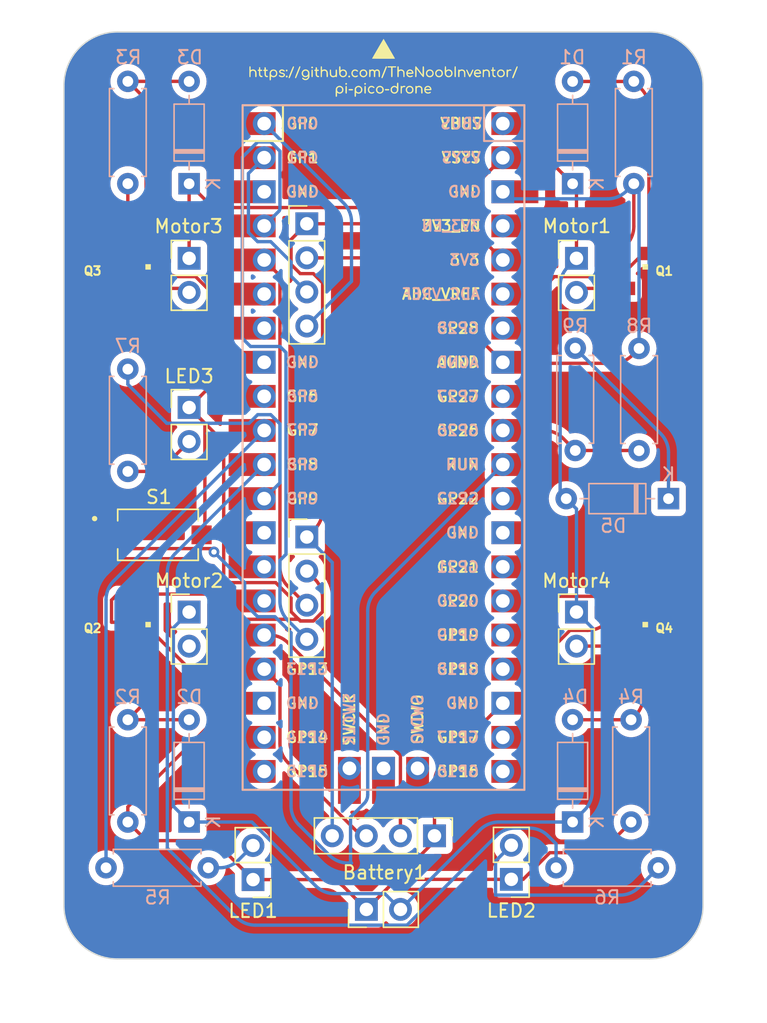
<source format=kicad_pcb>
(kicad_pcb (version 20221018) (generator pcbnew)
  (title_block (title "Pi pico drone") (date "2024-01-09") (rev "1.0"))
  (layers (0 "F.Cu" signal) (31 "B.Cu" signal) (34 "B.Paste" user) (35 "F.Paste" user) (36 "B.SilkS" user "B.Silkscreen") (37 "F.SilkS" user "F.Silkscreen") (38 "B.Mask" user) (39 "F.Mask" user) (44 "Edge.Cuts" user))
  (net 0 "")
  (net 1 "GND")
  (net 2 "BATT+")
  (net 3 "M1")
  (net 4 "M2")
  (net 5 "M3")
  (net 6 "M4")
  (net 7 "Net-(LED1-A)")
  (net 8 "Net-(LED2-A)")
  (net 9 "Net-(LED3-A)")
  (net 10 "Net-(Motor1-Pin_2)")
  (net 11 "Net-(Motor2-Pin_2)")
  (net 12 "Net-(Motor3-Pin_2)")
  (net 13 "Net-(Motor4-Pin_2)")
  (net 14 "SDA0")
  (net 15 "SCL0")
  (net 16 "SDA1")
  (net 17 "SCL1")
  (net 20 "LED1")
  (net 21 "LED2")
  (net 22 "LED3")
  (net 24 "TX")
  (net 25 "RX")
  (net 34 "RUN")
  (net 35 "Net-(D5-K)")
  (net 38 "VCC")
  (net 44 "VolDiv")
  (footprint "Connector_PinHeader_2.54mm:PinHeader_1x02_P2.54mm_Vertical" (layer "F.Cu") (at 140.2975 105.1275)
    (fp_text reference "Motor2")
    (fp_text value "Conn_01x02" hide)
  )
  (footprint "Connector_PinHeader_2.54mm:PinHeader_1x02_P2.54mm_Vertical" (layer "F.Cu") (at 140.2975 78.775)
    (fp_text reference "Motor3")
    (fp_text value "Conn_01x02" hide)
  )
  (footprint "SnapMagic Footprints:SI2302" (layer "F.Cu") (at 136.141127 106.361748 180)
    (fp_text reference "Q2")
    (fp_text value "SI2302DS" hide)
  )
  (footprint "Connector_PinHeader_2.54mm:PinHeader_1x04_P2.54mm_Vertical" (layer "F.Cu") (at 149.066902 99.53625)
    (fp_text reference "J2" hide)
    (fp_text value "BMP280")
  )
  (footprint "SnapMagic Footprints:SI2302" (layer "F.Cu") (at 173.184055 79.715063 180)
    (fp_text reference "Q1")
    (fp_text value "SI2302DS" hide)
  )
  (footprint "Connector_PinHeader_2.54mm:PinHeader_1x02_P2.54mm_Vertical" (layer "F.Cu") (at 169.160294 105.1275)
    (fp_text reference "Motor4")
    (fp_text value "Conn_01x02" hide)
  )
  (footprint "Connector_PinHeader_2.54mm:PinHeader_1x02_P2.54mm_Vertical" (layer "F.Cu") (at 145.06 125.05875 180)
    (fp_text reference "LED1")
    (fp_text value "LED")
  )
  (footprint "Connector_PinHeader_2.54mm:PinHeader_1x02_P2.54mm_Vertical" (layer "F.Cu") (at 164.30625 125.038578 180)
    (fp_text reference "LED2")
    (fp_text value "LED")
  )
  (footprint "ScottoKeebs_MCU:Raspberry_Pi_Pico" (layer "F.Cu") (at 154.78125 92.86875)
    (fp_text reference "U1" hide)
    (fp_text value "Raspberry_Pi_Pico" hide)
  )
  (footprint "Connector_PinHeader_2.54mm:PinHeader_1x02_P2.54mm_Vertical" (layer "F.Cu") (at 153.50625 127.277686 90)
    (fp_text reference "Battery1")
    (fp_text value "Conn_01x02" hide)
  )
  (footprint "Connector_PinHeader_2.54mm:PinHeader_1x04_P2.54mm_Vertical" (layer "F.Cu") (at 149.066902 76.2)
    (fp_text reference "J1" hide)
    (fp_text value "MPU6050")
  )
  (footprint "SnapMagic Footprints:smt_tactile_switch" (layer "F.Cu") (at 137.976198 99.375145)
    (fp_text reference "S1")
    (fp_text value "Reset" hide)
  )
  (footprint "SnapMagic Footprints:SI2302" (layer "F.Cu") (at 173.184055 106.361748 180)
    (fp_text reference "Q4")
    (fp_text value "SI2302DS" hide)
  )
  (footprint "SnapMagic Footprints:SI2302" (layer "F.Cu") (at 136.141127 79.715063 180)
    (fp_text reference "Q3")
    (fp_text value "SI2302DS" hide)
  )
  (footprint "Signature:Signature" (layer "F.Cu") (at 154.779147 65.604553)
    (fp_text reference "G***" hide)
    (fp_text value "LOGO" hide)
  )
  (footprint "Direction:direction" (layer "F.Cu") (at 154.785185 63.153983)
    (fp_text reference "G***" hide)
    (fp_text value "LOGO" hide)
  )
  (footprint "Connector_PinHeader_2.54mm:PinHeader_1x04_P2.54mm_Vertical" (layer "F.Cu") (at 158.58125 121.79625 -90)
    (fp_text reference "J3" hide)
    (fp_text value "UART")
  )
  (footprint "Connector_PinHeader_2.54mm:PinHeader_1x02_P2.54mm_Vertical" (layer "F.Cu") (at 169.160294 78.775)
    (fp_text reference "Motor1")
    (fp_text value "Conn_01x02" hide)
  )
  (footprint "Connector_PinHeader_2.54mm:PinHeader_1x02_P2.54mm_Vertical" (layer "F.Cu") (at 140.2975 89.8875)
    (fp_text reference "LED3")
    (fp_text value "LED")
  )
  (footprint "Resistor_THT:R_Axial_DIN0207_L6.3mm_D2.5mm_P7.62mm_Horizontal" (layer "B.Cu") (at 135.73125 113.150655 -90)
    (fp_text reference "R2")
    (fp_text value "10K" hide)
  )
  (footprint "Resistor_THT:R_Axial_DIN0207_L6.3mm_D2.5mm_P7.62mm_Horizontal" (layer "B.Cu") (at 175.26 124.1775 180)
    (fp_text reference "R6")
    (fp_text value "100R" hide)
  )
  (footprint "Resistor_THT:R_Axial_DIN0207_L6.3mm_D2.5mm_P7.62mm_Horizontal" (layer "B.Cu") (at 169.06875 93.091078 90)
    (fp_text reference "R9")
    (fp_text value "300" hide)
  )
  (footprint "ScottoKeebs_Components:Diode_DO-35" (layer "B.Cu") (at 140.2975 120.768081 90)
    (fp_text reference "D2")
    (fp_text value "IN4148" hide)
  )
  (footprint "ScottoKeebs_Components:Diode_DO-35" (layer "B.Cu") (at 168.8725 120.768081 90)
    (fp_text reference "D4")
    (fp_text value "IN4148" hide)
  )
  (footprint "Resistor_THT:R_Axial_DIN0207_L6.3mm_D2.5mm_P7.62mm_Horizontal" (layer "B.Cu") (at 173.229375 113.150655 -90)
    (fp_text reference "R4")
    (fp_text value "10K" hide)
  )
  (footprint "Resistor_THT:R_Axial_DIN0207_L6.3mm_D2.5mm_P7.62mm_Horizontal" (layer "B.Cu") (at 135.73125 65.5927 -90)
    (fp_text reference "R3")
    (fp_text value "10K" hide)
  )
  (footprint "ScottoKeebs_Components:Diode_DO-35" (layer "B.Cu") (at 176.01625 96.679099 180)
    (fp_text reference "D5")
    (fp_text value "IN4148" hide)
  )
  (footprint "ScottoKeebs_Components:Diode_DO-35" (layer "B.Cu") (at 168.8725 73.21875 90)
    (fp_text reference "D1")
    (fp_text value "IN4148" hide)
  )
  (footprint "Resistor_THT:R_Axial_DIN0207_L6.3mm_D2.5mm_P7.62mm_Horizontal" (layer "B.Cu") (at 173.432618 65.5927 -90)
    (fp_text reference "R1")
    (fp_text value "10K" hide)
  )
  (footprint "ScottoKeebs_Components:Diode_DO-35" (layer "B.Cu") (at 140.2975 73.21875 90)
    (fp_text reference "D3")
    (fp_text value "IN4148" hide)
  )
  (footprint "Resistor_THT:R_Axial_DIN0207_L6.3mm_D2.5mm_P7.62mm_Horizontal" (layer "B.Cu") (at 141.72625 124.1775 180)
    (fp_text reference "R5")
    (fp_text value "100R" hide)
  )
  (footprint "Resistor_THT:R_Axial_DIN0207_L6.3mm_D2.5mm_P7.62mm_Horizontal" (layer "B.Cu") (at 173.821864 85.488004 -90)
    (fp_text reference "R8")
    (fp_text value "1K" hide)
  )
  (footprint "Resistor_THT:R_Axial_DIN0207_L6.3mm_D2.5mm_P7.62mm_Horizontal" (layer "B.Cu") (at 135.73125 94.65 90)
    (fp_text reference "R7")
    (fp_text value "100R" hide)
  )
  (gr_arc (start 174.59375 61.9125) (mid 177.422145 63.084091) (end 178.59375 65.9125) (stroke (width 0.1)) (layer "Edge.Cuts"))
  (gr_arc (start 130.96875 65.9125) (mid 132.140323 63.084073) (end 134.96875 61.9125) (stroke (width 0.1)) (layer "Edge.Cuts"))
  (gr_line (start 130.96875 126.96875) (end 130.96875 65.9125) (stroke (width 0.1)) (layer "Edge.Cuts"))
  (gr_line (start 134.96875 61.9125) (end 174.59375 61.9125) (stroke (width 0.1)) (layer "Edge.Cuts"))
  (gr_line (start 178.59375 65.9125) (end 178.59375 126.96875) (stroke (width 0.1)) (layer "Edge.Cuts"))
  (gr_line (start 174.59375 130.96875) (end 134.96875 130.96875) (stroke (width 0.1)) (layer "Edge.Cuts"))
  (gr_arc (start 178.59375 126.96875) (mid 177.422162 129.797162) (end 174.59375 130.96875) (stroke (width 0.1)) (layer "Edge.Cuts"))
  (gr_arc (start 134.96875 130.96875) (mid 132.140323 129.797177) (end 130.96875 126.96875) (stroke (width 0.1)) (layer "Edge.Cuts"))
  (segment (start 140.2975 89.8875) (end 143.66625 86.51875) (width 0.25) (layer "F.Cu") (net 1))
  (segment (start 142.875 102.8925) (end 142.875 93.293427) (width 0.25) (layer "F.Cu") (net 1))
  (segment (start 166.6875 111.91875) (end 166.6875 109.30702) (width 0.25) (layer "F.Cu") (net 1))
  (segment (start 142.91625 105.66375) (end 142.91625 110.55375) (width 0.25) (layer "F.Cu") (net 1))
  (segment (start 163.67125 111.91875) (end 166.6875 111.91875) (width 0.25) (layer "F.Cu") (net 1))
  (segment (start 141.4725 91.0625) (end 140.2975 89.8875) (width 0.25) (layer "F.Cu") (net 1))
  (segment (start 135.73125 73.2127) (end 135.73125 77.87494) (width 0.25) (layer "F.Cu") (net 1))
  (segment (start 137.766127 106.809877) (end 142.875 111.91875) (width 0.25) (layer "F.Cu") (net 1))
  (segment (start 137.766127 104.236748) (end 137.766127 106.809877) (width 0.25) (layer "F.Cu") (net 1))
  (segment (start 142.91625 102.93375) (end 142.875 102.8925) (width 0.25) (layer "F.Cu") (net 1))
  (segment (start 159.167037 116.422963) (end 163.67125 111.91875) (width 0.25) (layer "F.Cu") (net 1))
  (segment (start 164.30625 125.038578) (end 165.187931 125.038578) (width 0.25) (layer "F.Cu") (net 1))
  (segment (start 145.06 125.05875) (end 142.741777 122.740527) (width 0.25) (layer "F.Cu") (net 1))
  (segment (start 167.273287 107.892806) (end 168.673593 106.4925) (width 0.25) (layer "F.Cu") (net 1))
  (segment (start 145.06 125.05875) (end 150.458887 125.05875) (width 0.25) (layer "F.Cu") (net 1))
  (segment (start 147.891902 105.102951) (end 147.891902 104.077646) (width 0.25) (layer "F.Cu") (net 1))
  (segment (start 149.553603 105.79125) (end 148.598403 105.79125) (width 0.25) (layer "F.Cu") (net 1))
  (segment (start 135.73125 119.639285) (end 143.451785 111.91875) (width 0.25) (layer "F.Cu") (net 1))
  (segment (start 135.73125 77.87494) (end 135.191127 78.415063) (width 0.25) (layer "F.Cu") (net 1))
  (segment (start 158.58125 122.202686) (end 158.58125 121.79625) (width 0.25) (layer "F.Cu") (net 1))
  (segment (start 153.50625 127.277686) (end 158.58125 122.202686) (width 0.25) (layer "F.Cu") (net 1))
  (segment (start 143.451785 111.91875) (end 145.89125 111.91875) (width 0.25) (layer "F.Cu") (net 1))
  (segment (start 150.241902 104.079677) (end 150.241902 105.102951) (width 0.25) (layer "F.Cu") (net 1))
  (segment (start 168.673593 106.4925) (end 169.974876 106.4925) (width 0.25) (layer "F.Cu") (net 1))
  (segment (start 163.748578 86.596078) (end 163.67125 86.51875) (width 0.25) (layer "F.Cu") (net 1))
  (segment (start 136.529549 121.568954) (end 135.73125 120.770655) (width 0.25) (layer "F.Cu") (net 1))
  (segment (start 155.745358 125.038578) (end 153.50625 127.277686) (width 0.25) (layer "F.Cu") (net 1))
  (segment (start 149.066902 102.07625) (end 149.656116 102.665464) (width 0.25) (layer "F.Cu") (net 1))
  (segment (start 144.28125 111.91875) (end 145.89125 111.91875) (width 0.25) (layer "F.Cu") (net 1))
  (segment (start 167.174009 123.0525) (end 170.119103 123.0525) (width 0.25) (layer "F.Cu") (net 1))
  (segment (start 142.875 111.91875) (end 145.89125 111.91875) (width 0.25) (layer "F.Cu") (net 1))
  (segment (start 173.432618 73.2127) (end 173.432618 76.388073) (width 0.25) (layer "F.Cu") (net 1))
  (segment (start 140.973241 86.51875) (end 145.89125 86.51875) (width 0.25) (layer "F.Cu") (net 1))
  (segment (start 142.289213 91.879213) (end 140.2975 89.8875) (width 0.25) (layer "F.Cu") (net 1))
  (segment (start 148.470903 105.66375) (end 142.91625 105.66375) (width 0.25) (layer "F.Cu") (net 1))
  (segment (start 141.327564 122.154741) (end 137.943763 122.154741) (width 0.25) (layer "F.Cu") (net 1))
  (segment (start 148.580201 105.79125) (end 147.891902 105.102951) (width 0.25) (layer "F.Cu") (net 1))
  (segment (start 136.016127 104.236748) (end 137.766127 104.236748) (width 0.25) (layer "F.Cu") (net 1))
  (segment (start 171.533317 122.466713) (end 173.229375 120.770655) (width 0.25) (layer "F.Cu") (net 1))
  (segment (start 135.191127 78.415063) (end 135.191127 80.736636) (width 0.25) (layer "F.Cu") (net 1))
  (segment (start 173.821864 85.488004) (end 173.299576 86.010292) (width 0.25) (layer "F.Cu") (net 1))
  (segment (start 171.38909 105.906713) (end 172.234055 105.061748) (width 0.25) (layer "F.Cu") (net 1))
  (segment (start 149.066902 78.74) (end 155.064073 78.74) (width 0.25) (layer "F.Cu") (net 1))
  (segment (start 135.776914 82.15085) (end 139.559028 85.932964) (width 0.25) (layer "F.Cu") (net 1))
  (segment (start 156.478287 79.325787) (end 163.67125 86.51875) (width 0.25) (layer "F.Cu") (net 1))
  (segment (start 141.226198 99.375145) (end 141.4725 99.128843) (width 0.25) (layer "F.Cu") (net 1))
  (segment (start 172.846831 77.802287) (end 172.234055 78.415063) (width 0.25) (layer "F.Cu") (net 1))
  (segment (start 135.191127 105.061748) (end 136.016127 104.236748) (width 0.25) (layer "F.Cu") (net 1))
  (segment (start 164.30625 125.038578) (end 155.745358 125.038578) (width 0.25) (layer "F.Cu") (net 1))
  (segment (start 143.66625 86.51875) (end 145.89125 86.51875) (width 0.25) (layer "F.Cu") (net 1))
  (segment (start 150.241902 105.102951) (end 149.553603 105.79125) (width 0.25) (layer "F.Cu") (net 1))
  (segment (start 142.91625 110.55375) (end 144.28125 111.91875) (width 0.25) (layer "F.Cu") (net 1))
  (segment (start 141.4725 99.128843) (end 141.4725 91.0625) (width 0.25) (layer "F.Cu") (net 1))
  (segment (start 146.745118 102.93375) (end 142.91625 102.93375) (width 0.25) (layer "F.Cu") (net 1))
  (segment (start 158.58125 121.79625) (end 158.58125 117.837177) (width 0.25) (layer "F.Cu") (net 1))
  (segment (start 148.598403 105.79125) (end 148.470903 105.66375) (width 0.25) (layer "F.Cu") (net 1))
  (segment (start 165.187931 125.038578) (end 167.174009 123.0525) (width 0.25) (layer "F.Cu") (net 1))
  (segment (start 147.891902 104.077646) (end 146.750048 102.935792) (width 0.25) (layer "F.Cu") (net 1))
  (segment (start 151.873101 125.644537) (end 153.50625 127.277686) (width 0.25) (layer "F.Cu") (net 1))
  (segment (start 171.885363 86.596078) (end 163.748578 86.596078) (width 0.25) (layer "F.Cu") (net 1))
  (segment (start 135.73125 120.770655) (end 135.73125 119.639285) (width 0.25) (layer "F.Cu") (net 1))
  (segment (start 149.553603 105.79125) (end 148.580201 105.79125) (width 0.25) (layer "F.Cu") (net 1))
  (arc (start 142.875 93.293427) (mid 142.722759 92.52806) (end 142.289213 91.879213) (width 0.25) (layer "F.Cu") (net 1))
  (arc (start 136.529549 121.568954) (mid 137.178396 122.0025) (end 137.943763 122.154741) (width 0.25) (layer "F.Cu") (net 1))
  (arc (start 146.745118 102.93375) (mid 146.747786 102.934281) (end 146.750048 102.935792) (width 0.25) (layer "F.Cu") (net 1))
  (arc (start 166.6875 109.30702) (mid 166.839741 108.541653) (end 167.273287 107.892806) (width 0.25) (layer "F.Cu") (net 1))
  (arc (start 173.432618 76.388073) (mid 173.280377 77.15344) (end 172.846831 77.802287) (width 0.25) (layer "F.Cu") (net 1))
  (arc (start 140.973241 86.51875) (mid 140.207874 86.366509) (end 139.559028 85.932964) (width 0.25) (layer "F.Cu") (net 1))
  (arc (start 151.873101 125.644537) (mid 151.224254 125.210991) (end 150.458887 125.05875) (width 0.25) (layer "F.Cu") (net 1))
  (arc (start 170.119103 123.0525) (mid 170.88447 122.900259) (end 171.533317 122.466713) (width 0.25) (layer "F.Cu") (net 1))
  (arc (start 159.167037 116.422963) (mid 158.733491 117.07181) (end 158.58125 117.837177) (width 0.25) (layer "F.Cu") (net 1))
  (arc (start 171.38909 105.906713) (mid 170.740243 106.340259) (end 169.974876 106.4925) (width 0.25) (layer "F.Cu") (net 1))
  (arc (start 173.299576 86.010292) (mid 172.65073 86.443837) (end 171.885363 86.596078) (width 0.25) (layer "F.Cu") (net 1))
  (arc (start 156.478287 79.325787) (mid 155.82944 78.892241) (end 155.064073 78.74) (width 0.25) (layer "F.Cu") (net 1))
  (arc (start 135.776914 82.15085) (mid 135.343368 81.502003) (end 135.191127 80.736636) (width 0.25) (layer "F.Cu") (net 1))
  (arc (start 150.241902 104.079677) (mid 150.089661 103.31431) (end 149.656116 102.665464) (width 0.25) (layer "F.Cu") (net 1))
  (arc (start 142.741777 122.740527) (mid 142.092931 122.306982) (end 141.327564 122.154741) (width 0.25) (layer "F.Cu") (net 1))
  (segment (start 173.432618 73.2127) (end 172.887354 73.757964) (width 0.25) (layer "B.Cu") (net 1))
  (segment (start 173.821864 73.601946) (end 173.432618 73.2127) (width 0.25) (layer "B.Cu") (net 1))
  (segment (start 171.473141 74.34375) (end 164.19625 74.34375) (width 0.25) (layer "B.Cu") (net 1))
  (segment (start 173.821864 85.488004) (end 173.821864 73.601946) (width 0.25) (layer "B.Cu") (net 1))
  (segment (start 164.19625 74.34375) (end 163.67125 73.81875) (width 0.25) (layer "B.Cu") (net 1))
  (arc (start 171.473141 74.34375) (mid 172.238508 74.191509) (end 172.887354 73.757964) (width 0.25) (layer "B.Cu") (net 1))
  (segment (start 168.8725 73.21875) (end 167.518286 71.864536) (width 0.25) (layer "F.Cu") (net 2))
  (segment (start 140.2975 73.21875) (end 140.2975 78.775) (width 0.25) (layer "F.Cu") (net 2))
  (segment (start 159.127823 74.99375) (end 142.0725 74.99375) (width 0.25) (layer "F.Cu") (net 2))
  (segment (start 142.0725 74.99375) (end 140.2975 73.21875) (width 0.25) (layer "F.Cu") (net 2))
  (segment (start 169.160294 78.775) (end 169.160294 73.506544) (width 0.25) (layer "F.Cu") (net 2))
  (segment (start 163.67125 71.27875) (end 160.542036 74.407964) (width 0.25) (layer "F.Cu") (net 2))
  (segment (start 169.160294 73.506544) (end 168.8725 73.21875) (width 0.25) (layer "F.Cu") (net 2))
  (segment (start 166.104073 71.27875) (end 163.67125 71.27875) (width 0.25) (layer "F.Cu") (net 2))
  (arc (start 166.104073 71.27875) (mid 166.86944 71.430991) (end 167.518286 71.864536) (width 0.25) (layer "F.Cu") (net 2))
  (arc (start 159.127823 74.99375) (mid 159.89319 74.841509) (end 160.542036 74.407964) (width 0.25) (layer "F.Cu") (net 2))
  (segment (start 154.87125 126.102686) (end 151.134064 126.102686) (width 0.25) (layer "B.Cu") (net 2))
  (segment (start 149.71985 125.516899) (end 144.971032 120.768081) (width 0.25) (layer "B.Cu") (net 2))
  (segment (start 144.971032 120.768081) (end 140.2975 120.768081) (width 0.25) (layer "B.Cu") (net 2))
  (segment (start 169.749507 119.891074) (end 168.8725 120.768081) (width 0.25) (layer "B.Cu") (net 2))
  (segment (start 169.160294 97.443143) (end 168.39625 96.679099) (width 0.25) (layer "B.Cu") (net 2))
  (segment (start 140.2975 120.768081) (end 139.1225 119.593081) (width 0.25) (layer "B.Cu") (net 2))
  (segment (start 169.160294 105.1275) (end 170.335294 106.3025) (width 0.25) (layer "B.Cu") (net 2))
  (segment (start 163.384282 120.768081) (end 168.8725 120.768081) (width 0.25) (layer "B.Cu") (net 2))
  (segment (start 170.335294 106.3025) (end 170.335294 118.47686) (width 0.25) (layer "B.Cu") (net 2))
  (segment (start 169.160294 105.1275) (end 169.160294 97.443143) (width 0.25) (layer "B.Cu") (net 2))
  (segment (start 139.1225 119.593081) (end 139.1225 106.3025) (width 0.25) (layer "B.Cu") (net 2))
  (segment (start 139.1225 106.3025) (end 140.2975 105.1275) (width 0.25) (layer "B.Cu") (net 2))
  (segment (start 169.160294 78.775) (end 168.529536 79.405758) (width 0.25) (layer "B.Cu") (net 2))
  (segment (start 156.04625 127.277686) (end 161.970069 121.353867) (width 0.25) (layer "B.Cu") (net 2))
  (segment (start 167.94375 96.226599) (end 168.39625 96.679099) (width 0.25) (layer "B.Cu") (net 2))
  (segment (start 167.94375 80.819971) (end 167.94375 96.226599) (width 0.25) (layer "B.Cu") (net 2))
  (segment (start 156.04625 127.277686) (end 154.87125 126.102686) (width 0.25) (layer "B.Cu") (net 2))
  (arc (start 169.749507 119.891074) (mid 170.183053 119.242227) (end 170.335294 118.47686) (width 0.25) (layer "B.Cu") (net 2))
  (arc (start 149.71985 125.516899) (mid 150.368697 125.950445) (end 151.134064 126.102686) (width 0.25) (layer "B.Cu") (net 2))
  (arc (start 163.384282 120.768081) (mid 162.618915 120.920322) (end 161.970069 121.353867) (width 0.25) (layer "B.Cu") (net 2))
  (arc (start 167.94375 80.819971) (mid 168.095991 80.054604) (end 168.529536 79.405758) (width 0.25) (layer "B.Cu") (net 2))
  (segment (start 171.580691 80.14) (end 167.51 80.14) (width 0.25) (layer "F.Cu") (net 3))
  (segment (start 166.6875 82.5725) (end 165.28125 83.97875) (width 0.25) (layer "F.Cu") (net 3))
  (segment (start 173.426568 65.59875) (end 173.432618 65.5927) (width 0.25) (layer "F.Cu") (net 3))
  (segment (start 173.432618 65.5927) (end 173.971832 66.131914) (width 0.25) (layer "F.Cu") (net 3))
  (segment (start 174.557618 67.546127) (end 174.557618 77.9915) (width 0.25) (layer "F.Cu") (net 3))
  (segment (start 165.28125 83.97875) (end 163.67125 83.97875) (width 0.25) (layer "F.Cu") (net 3))
  (segment (start 168.8725 65.59875) (end 173.426568 65.59875) (width 0.25) (layer "F.Cu") (net 3))
  (segment (start 174.557618 77.9915) (end 174.134055 78.415063) (width 0.25) (layer "F.Cu") (net 3))
  (segment (start 166.6875 80.9625) (end 166.6875 82.5725) (width 0.25) (layer "F.Cu") (net 3))
  (segment (start 174.134055 78.415063) (end 172.994904 79.554214) (width 0.25) (layer "F.Cu") (net 3))
  (segment (start 167.51 80.14) (end 166.6875 80.9625) (width 0.25) (layer "F.Cu") (net 3))
  (arc (start 173.971832 66.131914) (mid 174.405377 66.78076) (end 174.557618 67.546127) (width 0.25) (layer "F.Cu") (net 3))
  (arc (start 172.994904 79.554214) (mid 172.346058 79.987759) (end 171.580691 80.14) (width 0.25) (layer "F.Cu") (net 3))
  (segment (start 134.966127 103.786748) (end 145.379248 103.786748) (width 0.25) (layer "F.Cu") (net 4))
  (segment (start 137.091127 110.962351) (end 137.091127 105.061748) (width 0.25) (layer "F.Cu") (net 4))
  (segment (start 134.516127 105.886748) (end 134.516127 104.236748) (width 0.25) (layer "F.Cu") (net 4))
  (segment (start 140.2975 113.148081) (end 135.733824 113.148081) (width 0.25) (layer "F.Cu") (net 4))
  (segment (start 135.73125 113.150655) (end 136.505341 112.376564) (width 0.25) (layer "F.Cu") (net 4))
  (segment (start 145.379248 103.786748) (end 145.89125 104.29875) (width 0.25) (layer "F.Cu") (net 4))
  (segment (start 135.733824 113.148081) (end 135.73125 113.150655) (width 0.25) (layer "F.Cu") (net 4))
  (segment (start 134.516127 104.236748) (end 134.966127 103.786748) (width 0.25) (layer "F.Cu") (net 4))
  (segment (start 136.266127 105.886748) (end 134.516127 105.886748) (width 0.25) (layer "F.Cu") (net 4))
  (segment (start 137.091127 105.061748) (end 136.266127 105.886748) (width 0.25) (layer "F.Cu") (net 4))
  (arc (start 137.091127 110.962351) (mid 136.938886 111.727718) (end 136.505341 112.376564) (width 0.25) (layer "F.Cu") (net 4))
  (segment (start 137.091127 67.781004) (end 137.091127 78.415063) (width 0.25) (layer "F.Cu") (net 5))
  (segment (start 137.091127 78.415063) (end 138.230278 79.554214) (width 0.25) (layer "F.Cu") (net 5))
  (segment (start 142.875 83.059226) (end 142.875 83.34375) (width 0.25) (layer "F.Cu") (net 5))
  (segment (start 140.29145 65.5927) (end 140.2975 65.59875) (width 0.25) (layer "F.Cu") (net 5))
  (segment (start 142.875 83.34375) (end 143.51 83.97875) (width 0.25) (layer "F.Cu") (net 5))
  (segment (start 143.51 83.97875) (end 145.89125 83.97875) (width 0.25) (layer "F.Cu") (net 5))
  (segment (start 135.73125 65.5927) (end 136.505341 66.366791) (width 0.25) (layer "F.Cu") (net 5))
  (segment (start 135.73125 65.5927) (end 140.29145 65.5927) (width 0.25) (layer "F.Cu") (net 5))
  (segment (start 139.644491 80.14) (end 140.770727 80.14) (width 0.25) (layer "F.Cu") (net 5))
  (segment (start 140.793728 80.149527) (end 142.289214 81.645013) (width 0.25) (layer "F.Cu") (net 5))
  (arc (start 137.091127 67.781004) (mid 136.938886 67.015637) (end 136.505341 66.366791) (width 0.25) (layer "F.Cu") (net 5))
  (arc (start 142.875 83.059226) (mid 142.722759 82.293859) (end 142.289214 81.645013) (width 0.25) (layer "F.Cu") (net 5))
  (arc (start 138.230278 79.554214) (mid 138.879124 79.987759) (end 139.644491 80.14) (width 0.25) (layer "F.Cu") (net 5))
  (arc (start 140.793728 80.149527) (mid 140.783175 80.142476) (end 140.770727 80.14) (width 0.25) (layer "F.Cu") (net 5))
  (segment (start 174.134055 105.061748) (end 173.610593 104.538286) (width 0.25) (layer "F.Cu") (net 6))
  (segment (start 172.19638 103.9525) (end 164.0175 103.9525) (width 0.25) (layer "F.Cu") (net 6))
  (segment (start 168.875074 113.150655) (end 168.8725 113.148081) (width 0.25) (layer "F.Cu") (net 6))
  (segment (start 173.229375 113.150655) (end 168.875074 113.150655) (width 0.25) (layer "F.Cu") (net 6))
  (segment (start 174.134055 111.417548) (end 174.134055 105.061748) (width 0.25) (layer "F.Cu") (net 6))
  (segment (start 164.0175 103.9525) (end 163.67125 104.29875) (width 0.25) (layer "F.Cu") (net 6))
  (segment (start 173.229375 113.150655) (end 173.548269 112.831761) (width 0.25) (layer "F.Cu") (net 6))
  (arc (start 173.610593 104.538286) (mid 172.961747 104.104741) (end 172.19638 103.9525) (width 0.25) (layer "F.Cu") (net 6))
  (arc (start 174.134055 111.417548) (mid 173.981814 112.182915) (end 173.548269 112.831761) (width 0.25) (layer "F.Cu") (net 6))
  (segment (start 143.987037 123.591713) (end 145.06 122.51875) (width 0.25) (layer "B.Cu") (net 7))
  (segment (start 141.72625 124.1775) (end 142.572823 124.1775) (width 0.25) (layer "B.Cu") (net 7))
  (arc (start 142.572823 124.1775) (mid 143.33819 124.025259) (end 143.987037 123.591713) (width 0.25) (layer "B.Cu") (net 7))
  (segment (start 172.395495 126.213578) (end 163.13125 126.213578) (width 0.25) (layer "B.Cu") (net 8))
  (segment (start 175.26 124.1775) (end 173.809708 125.627792) (width 0.25) (layer "B.Cu") (net 8))
  (segment (start 163.13125 126.213578) (end 163.13125 123.673578) (width 0.25) (layer "B.Cu") (net 8))
  (segment (start 163.13125 123.673578) (end 164.30625 122.498578) (width 0.25) (layer "B.Cu") (net 8))
  (arc (start 173.809708 125.627792) (mid 173.160862 126.061337) (end 172.395495 126.213578) (width 0.25) (layer "B.Cu") (net 8))
  (segment (start 138.660787 94.064213) (end 140.2975 92.4275) (width 0.25) (layer "F.Cu") (net 9))
  (segment (start 135.73125 94.65) (end 137.246573 94.65) (width 0.25) (layer "F.Cu") (net 9))
  (arc (start 138.660787 94.064213) (mid 138.01194 94.497759) (end 137.246573 94.65) (width 0.25) (layer "F.Cu") (net 9))
  (segment (start 173.184055 81.015063) (end 169.460231 81.015063) (width 0.25) (layer "F.Cu") (net 10))
  (segment (start 169.460231 81.015063) (end 169.160294 81.315) (width 0.25) (layer "F.Cu") (net 10))
  (segment (start 136.141127 81.015063) (end 139.997563 81.015063) (width 0.25) (layer "F.Cu") (net 12))
  (segment (start 139.997563 81.015063) (end 140.2975 81.315) (width 0.25) (layer "F.Cu") (net 12))
  (segment (start 169.166046 107.661748) (end 169.160294 107.6675) (width 0.25) (layer "F.Cu") (net 13))
  (segment (start 173.184055 107.661748) (end 169.166046 107.661748) (width 0.25) (layer "F.Cu") (net 13))
  (segment (start 152.4 80.486902) (end 152.4 76.075927) (width 0.25) (layer "B.Cu") (net 14))
  (segment (start 149.066902 83.82) (end 152.4 80.486902) (width 0.25) (layer "B.Cu") (net 14))
  (segment (start 151.814213 74.661713) (end 145.89125 68.73875) (width 0.25) (layer "B.Cu") (net 14))
  (arc (start 151.814213 74.661713) (mid 152.247759 75.31056) (end 152.4 76.075927) (width 0.25) (layer "B.Cu") (net 14))
  (segment (start 149.066902 81.28) (end 147.891902 80.105) (width 0.25) (layer "B.Cu") (net 15))
  (segment (start 144.71625 76.845451) (end 144.71625 72.45375) (width 0.25) (layer "B.Cu") (net 15))
  (segment (start 145.404549 77.53375) (end 144.71625 76.845451) (width 0.25) (layer "B.Cu") (net 15))
  (segment (start 147.891902 79.047701) (end 146.377951 77.53375) (width 0.25) (layer "B.Cu") (net 15))
  (segment (start 144.71625 72.45375) (end 145.89125 71.27875) (width 0.25) (layer "B.Cu") (net 15))
  (segment (start 147.891902 80.105) (end 147.891902 79.047701) (width 0.25) (layer "B.Cu") (net 15))
  (segment (start 146.377951 77.53375) (end 145.404549 77.53375) (width 0.25) (layer "B.Cu") (net 15))
  (segment (start 144.26625 71.242049) (end 145.404549 70.10375) (width 0.25) (layer "B.Cu") (net 16))
  (segment (start 147.06625 70.792049) (end 147.06625 75.056625) (width 0.25) (layer "B.Cu") (net 16))
  (segment (start 147.06625 85.34375) (end 144.875 85.34375) (width 0.25) (layer "B.Cu") (net 16))
  (segment (start 145.404549 70.10375) (end 146.377951 70.10375) (width 0.25) (layer "B.Cu") (net 16))
  (segment (start 144.875 85.34375) (end 144.26625 84.735) (width 0.25) (layer "B.Cu") (net 16))
  (segment (start 147.06625 104.327171) (end 147.06625 101.272049) (width 0.25) (layer "B.Cu") (net 16))
  (segment (start 147.06625 101.272049) (end 147.51625 100.822049) (width 0.25) (layer "B.Cu") (net 16))
  (segment (start 147.51625 85.79375) (end 147.06625 85.34375) (width 0.25) (layer "B.Cu") (net 16))
  (segment (start 149.066902 107.15625) (end 147.652036 105.741384) (width 0.25) (layer "B.Cu") (net 16))
  (segment (start 144.26625 84.735) (end 144.26625 71.242049) (width 0.25) (layer "B.Cu") (net 16))
  (segment (start 147.51625 100.822049) (end 147.51625 85.79375) (width 0.25) (layer "B.Cu") (net 16))
  (segment (start 146.377951 70.10375) (end 147.06625 70.792049) (width 0.25) (layer "B.Cu") (net 16))
  (segment (start 146.976359 75.273641) (end 145.89125 76.35875) (width 0.25) (layer "B.Cu") (net 16))
  (arc (start 147.06625 75.056625) (mid 147.042888 75.174073) (end 146.976359 75.273641) (width 0.25) (layer "B.Cu") (net 16))
  (arc (start 147.06625 104.327171) (mid 147.218491 105.092538) (end 147.652036 105.741384) (width 0.25) (layer "B.Cu") (net 16))
  (segment (start 147.06625 80.07375) (end 145.89125 78.89875) (width 0.25) (layer "F.Cu") (net 17))
  (segment (start 149.066902 104.61625) (end 147.652036 103.201384) (width 0.25) (layer "F.Cu") (net 17))
  (segment (start 147.06625 101.787171) (end 147.06625 80.07375) (width 0.25) (layer "F.Cu") (net 17))
  (arc (start 147.652036 103.201384) (mid 147.218491 102.552538) (end 147.06625 101.787171) (width 0.25) (layer "F.Cu") (net 17))
  (segment (start 134.692037 102.797963) (end 145.89125 91.59875) (width 0.25) (layer "B.Cu") (net 20))
  (segment (start 134.10625 124.1775) (end 134.10625 104.212177) (width 0.25) (layer "B.Cu") (net 20))
  (arc (start 134.10625 104.212177) (mid 134.258491 103.44681) (end 134.692037 102.797963) (width 0.25) (layer "B.Cu") (net 20))
  (segment (start 144.28125 94.13875) (end 145.89125 94.13875) (width 0.25) (layer "F.Cu") (net 21))
  (segment (start 167.64 122.39625) (end 167.047617 121.803867) (width 0.25) (layer "B.Cu") (net 21))
  (segment (start 165.633404 121.218081) (end 164.595983 121.218081) (width 0.25) (layer "B.Cu") (net 21))
  (segment (start 143.824658 127.866899) (end 138.6725 122.714741) (width 0.25) (layer "B.Cu") (net 21))
  (segment (start 163.181769 121.803868) (end 156.532951 128.452686) (width 0.25) (layer "B.Cu") (net 21))
  (segment (start 156.532951 128.452686) (end 145.238872 128.452686) (width 0.25) (layer "B.Cu") (net 21))
  (segment (start 138.6725 122.714741) (end 138.6725 102.185927) (width 0.25) (layer "B.Cu") (net 21))
  (segment (start 167.64 124.1775) (end 167.64 122.39625) (width 0.25) (layer "B.Cu") (net 21))
  (segment (start 139.258287 100.771713) (end 145.89125 94.13875) (width 0.25) (layer "B.Cu") (net 21))
  (arc (start 167.047617 121.803867) (mid 166.398771 121.370322) (end 165.633404 121.218081) (width 0.25) (layer "B.Cu") (net 21))
  (arc (start 143.824658 127.866899) (mid 144.473505 128.300445) (end 145.238872 128.452686) (width 0.25) (layer "B.Cu") (net 21))
  (arc (start 138.6725 102.185927) (mid 138.824741 101.42056) (end 139.258287 100.771713) (width 0.25) (layer "B.Cu") (net 21))
  (arc (start 163.181769 121.803868) (mid 163.830616 121.370322) (end 164.595983 121.218081) (width 0.25) (layer "B.Cu") (net 21))
  (segment (start 138.63238 91.0625) (end 144.765799 91.0625) (width 0.25) (layer "B.Cu") (net 22))
  (segment (start 147.06625 95.50375) (end 145.89125 96.67875) (width 0.25) (layer "B.Cu") (net 22))
  (segment (start 144.765799 91.0625) (end 145.404549 90.42375) (width 0.25) (layer "B.Cu") (net 22))
  (segment (start 146.377951 90.42375) (end 147.06625 91.112049) (width 0.25) (layer "B.Cu") (net 22))
  (segment (start 145.404549 90.42375) (end 146.377951 90.42375) (width 0.25) (layer "B.Cu") (net 22))
  (segment (start 147.06625 91.112049) (end 147.06625 95.50375) (width 0.25) (layer "B.Cu") (net 22))
  (segment (start 135.73125 88.16137) (end 138.63238 91.0625) (width 0.25) (layer "B.Cu") (net 22))
  (segment (start 135.73125 87.03) (end 135.73125 88.16137) (width 0.25) (layer "B.Cu") (net 22))
  (segment (start 156.04125 115.792299) (end 147.673487 107.424536) (width 0.25) (layer "F.Cu") (net 24))
  (segment (start 146.259274 106.83875) (end 145.89125 106.83875) (width 0.25) (layer "F.Cu") (net 24))
  (segment (start 156.04125 121.79625) (end 156.04125 115.792299) (width 0.25) (layer "F.Cu") (net 24))
  (arc (start 147.673487 107.424536) (mid 147.024641 106.990991) (end 146.259274 106.83875) (width 0.25) (layer "F.Cu") (net 24))
  (segment (start 153.11875 121.79625) (end 147.652036 116.329536) (width 0.25) (layer "F.Cu") (net 25))
  (segment (start 147.06625 114.915323) (end 147.06625 110.55375) (width 0.25) (layer "F.Cu") (net 25))
  (segment (start 153.50125 121.79625) (end 153.11875 121.79625) (width 0.25) (layer "F.Cu") (net 25))
  (segment (start 147.06625 110.55375) (end 145.89125 109.37875) (width 0.25) (layer "F.Cu") (net 25))
  (arc (start 147.652036 116.329536) (mid 147.218491 115.68069) (end 147.06625 114.915323) (width 0.25) (layer "F.Cu") (net 25))
  (segment (start 135.751198 100.400145) (end 141.901082 100.400145) (width 0.25) (layer "F.Cu") (net 34))
  (segment (start 134.726198 99.375145) (end 135.751198 100.400145) (width 0.25) (layer "F.Cu") (net 34))
  (segment (start 141.901082 100.400145) (end 142.15 100.649063) (width 0.25) (layer "F.Cu") (net 34))
  (via (at 142.15 100.649063) (size 0.8) (drill 0.4) (layers "F.Cu" "B.Cu") (net 34))
  (segment (start 152.32625 120.39875) (end 153.330083 119.394917) (width 0.25) (layer "B.Cu") (net 34))
  (segment (start 146.696103 105.47375) (end 147.891902 106.669549) (width 0.25) (layer "B.Cu") (net 34))
  (segment (start 148.477689 120.97439) (end 150.742513 123.239214) (width 0.25) (layer "B.Cu") (net 34))
  (segment (start 152.32625 123.75125) (end 152.4 123.825) (width 0.25) (layer "B.Cu") (net 34))
  (segment (start 142.15 100.649063) (end 144.434687 102.93375) (width 0.25) (layer "B.Cu") (net 34))
  (segment (start 152.156726 123.825) (end 152.4 123.825) (width 0.25) (layer "B.Cu") (net 34))
  (segment (start 152.32625 120.39875) (end 152.32625 123.75125) (width 0.25) (layer "B.Cu") (net 34))
  (segment (start 153.60625 118.728191) (end 153.60625 105.032177) (width 0.25) (layer "B.Cu") (net 34))
  (segment (start 144.434687 102.93375) (end 144.434687 104.503888) (width 0.25) (layer "B.Cu") (net 34))
  (segment (start 145.404549 105.47375) (end 146.696103 105.47375) (width 0.25) (layer "B.Cu") (net 34))
  (segment (start 147.891902 106.669549) (end 147.891902 119.560176) (width 0.25) (layer "B.Cu") (net 34))
  (segment (start 144.434687 104.503888) (end 145.404549 105.47375) (width 0.25) (layer "B.Cu") (net 34))
  (segment (start 154.192037 103.617963) (end 163.67125 94.13875) (width 0.25) (layer "B.Cu") (net 34))
  (arc (start 154.192037 103.617963) (mid 153.758491 104.26681) (end 153.60625 105.032177) (width 0.25) (layer "B.Cu") (net 34))
  (arc (start 153.330083 119.394917) (mid 153.534476 119.089021) (end 153.60625 118.728191) (width 0.25) (layer "B.Cu") (net 34))
  (arc (start 148.477689 120.97439) (mid 148.044143 120.325543) (end 147.891902 119.560176) (width 0.25) (layer "B.Cu") (net 34))
  (arc (start 152.156726 123.825) (mid 151.391359 123.672759) (end 150.742513 123.239214) (width 0.25) (layer "B.Cu") (net 34))
  (segment (start 175.430463 91.832791) (end 169.06875 85.471078) (width 0.25) (layer "B.Cu") (net 35))
  (segment (start 176.01625 96.679099) (end 176.01625 93.247005) (width 0.25) (layer "B.Cu") (net 35))
  (arc (start 176.01625 93.247005) (mid 175.864009 92.481638) (end 175.430463 91.832791) (width 0.25) (layer "B.Cu") (net 35))
  (segment (start 150.241902 80.603299) (end 150.241902 97.532823) (width 0.25) (layer "F.Cu") (net 38))
  (segment (start 149.553603 79.915) (end 150.241902 80.603299) (width 0.25) (layer "F.Cu") (net 38))
  (segment (start 161.558287 76.785787) (end 163.67125 78.89875) (width 0.25) (layer "F.Cu") (net 38))
  (segment (start 147.891902 79.226701) (end 148.580201 79.915) (width 0.25) (layer "F.Cu") (net 38))
  (segment (start 149.066902 76.2) (end 147.891902 77.375) (width 0.25) (layer "F.Cu") (net 38))
  (segment (start 149.656115 98.947037) (end 149.066902 99.53625) (width 0.25) (layer "F.Cu") (net 38))
  (segment (start 148.580201 79.915) (end 149.553603 79.915) (width 0.25) (layer "F.Cu") (net 38))
  (segment (start 147.891902 77.375) (end 147.891902 79.226701) (width 0.25) (layer "F.Cu") (net 38))
  (segment (start 149.066902 76.2) (end 160.144073 76.2) (width 0.25) (layer "F.Cu") (net 38))
  (arc (start 149.656115 98.947037) (mid 150.089661 98.29819) (end 150.241902 97.532823) (width 0.25) (layer "F.Cu") (net 38))
  (arc (start 161.558287 76.785787) (mid 160.90944 76.352241) (end 160.144073 76.2) (width 0.25) (layer "F.Cu") (net 38))
  (segment (start 150.96125 121.79625) (end 150.96125 101.430598) (width 0.25) (layer "B.Cu") (net 38))
  (segment (start 150.96125 101.430598) (end 149.066902 99.53625) (width 0.25) (layer "B.Cu") (net 38))
  (segment (start 169.06875 93.091078) (end 168.162208 92.184536) (width 0.25) (layer "F.Cu") (net 44))
  (segment (start 169.06875 93.091078) (end 173.804938 93.091078) (width 0.25) (layer "F.Cu") (net 44))
  (segment (start 173.804938 93.091078) (end 173.821864 93.108004) (width 0.25) (layer "F.Cu") (net 44))
  (segment (start 166.747995 91.59875) (end 163.67125 91.59875) (width 0.25) (layer "F.Cu") (net 44))
  (arc (start 166.747995 91.59875) (mid 167.513362 91.750991) (end 168.162208 92.184536) (width 0.25) (layer "F.Cu") (net 44))
  (zone (net 0) (net_name "") (layers "F&B.Cu") (connect_pads (clearance 0.5)) (min_thickness 0.25) (fill yes (thermal_gap 0.5) (thermal_bridge_width 0.5) (island_removal_mode 1) (island_area_min 10))
    (polygon (pts (xy 126.20625 59.53125) (xy 126.20625 135.73125) (xy 183.35625 135.73125) (xy 183.35625 59.53125)))
  )
)
</source>
